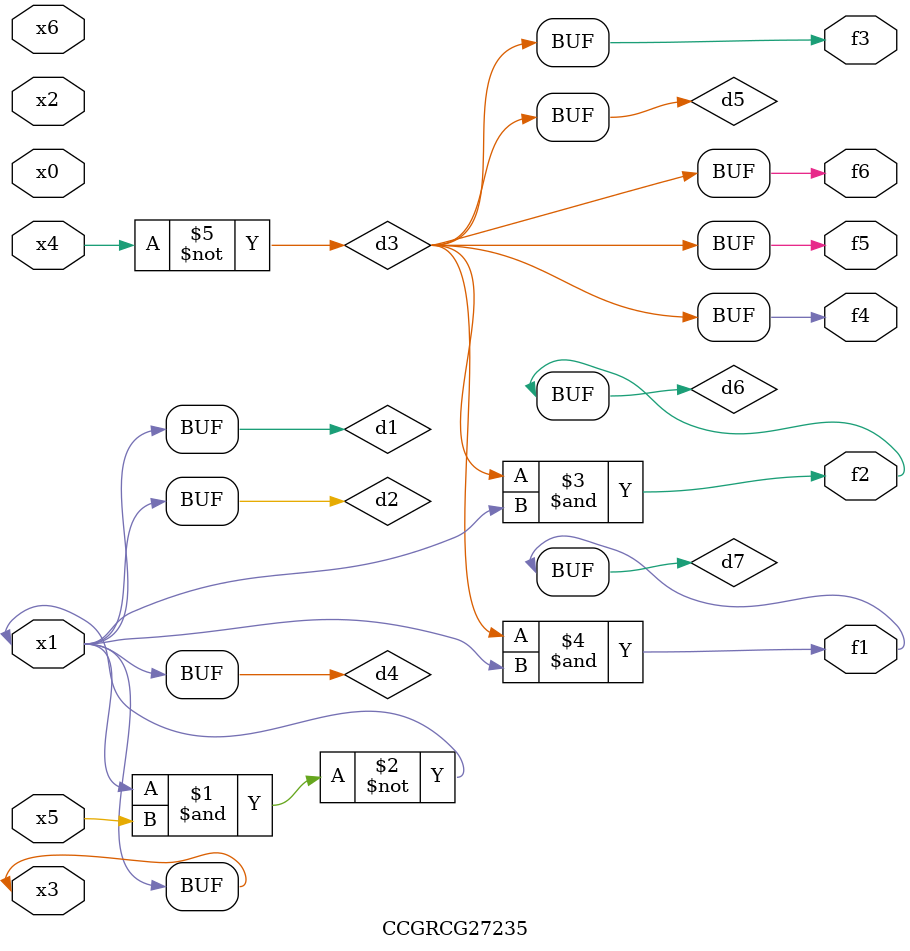
<source format=v>
module CCGRCG27235(
	input x0, x1, x2, x3, x4, x5, x6,
	output f1, f2, f3, f4, f5, f6
);

	wire d1, d2, d3, d4, d5, d6, d7;

	buf (d1, x1, x3);
	nand (d2, x1, x5);
	not (d3, x4);
	buf (d4, d1, d2);
	buf (d5, d3);
	and (d6, d3, d4);
	and (d7, d3, d4);
	assign f1 = d7;
	assign f2 = d6;
	assign f3 = d5;
	assign f4 = d5;
	assign f5 = d5;
	assign f6 = d5;
endmodule

</source>
